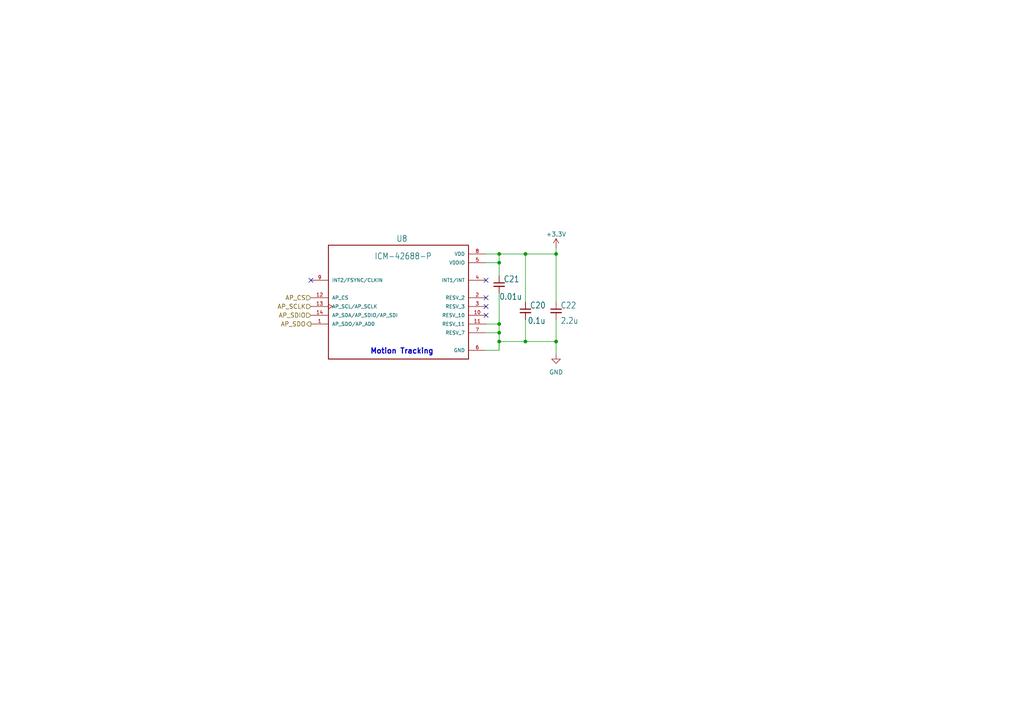
<source format=kicad_sch>
(kicad_sch
	(version 20231120)
	(generator "eeschema")
	(generator_version "8.0")
	(uuid "c228816c-fab8-47cb-8763-7bf8b0760171")
	(paper "A4")
	(lib_symbols
		(symbol "BRGRavionics:ICM-42688-P"
			(pin_names
				(offset 1.016)
			)
			(exclude_from_sim no)
			(in_bom yes)
			(on_board yes)
			(property "Reference" "IC1"
				(at -0.635 17.78 0)
				(effects
					(font
						(size 1.778 1.5113)
					)
					(justify left)
				)
			)
			(property "Value" "ICM-42688-P"
				(at -7.62 12.7 0)
				(effects
					(font
						(size 1.778 1.5113)
					)
					(justify left)
				)
			)
			(property "Footprint" "PQFN50P300X250X97-14N"
				(at 0 0 0)
				(effects
					(font
						(size 1.27 1.27)
					)
					(justify bottom)
					(hide yes)
				)
			)
			(property "Datasheet" ""
				(at 0 0 0)
				(effects
					(font
						(size 1.27 1.27)
					)
					(hide yes)
				)
			)
			(property "Description" "\nAccelerometer, Gyroscope, 6 Axis Sensor - Output\n"
				(at 0 0 0)
				(effects
					(font
						(size 1.27 1.27)
					)
					(justify bottom)
					(hide yes)
				)
			)
			(property "DigiKey_Part_Number" "1428-ICM-42688-PTR-ND"
				(at 0 0 0)
				(effects
					(font
						(size 1.27 1.27)
					)
					(justify bottom)
					(hide yes)
				)
			)
			(property "MF" "TDK InvenSense"
				(at 0 0 0)
				(effects
					(font
						(size 1.27 1.27)
					)
					(justify bottom)
					(hide yes)
				)
			)
			(property "MAXIMUM_PACKAGE_HEIGHT" "0.97mm"
				(at 0 0 0)
				(effects
					(font
						(size 1.27 1.27)
					)
					(justify bottom)
					(hide yes)
				)
			)
			(property "Package" "LGA-14 TDK InvenSense"
				(at 0 0 0)
				(effects
					(font
						(size 1.27 1.27)
					)
					(justify bottom)
					(hide yes)
				)
			)
			(property "Check_prices" "https://www.snapeda.com/parts/ICM-42688-P/TDK+InvenSense/view-part/?ref=eda"
				(at 0 0 0)
				(effects
					(font
						(size 1.27 1.27)
					)
					(justify bottom)
					(hide yes)
				)
			)
			(property "STANDARD" "IPC-7351B"
				(at 0 0 0)
				(effects
					(font
						(size 1.27 1.27)
					)
					(justify bottom)
					(hide yes)
				)
			)
			(property "PARTREV" "1.2"
				(at 0 0 0)
				(effects
					(font
						(size 1.27 1.27)
					)
					(justify bottom)
					(hide yes)
				)
			)
			(property "SnapEDA_Link" "https://www.snapeda.com/parts/ICM-42688-P/TDK+InvenSense/view-part/?ref=snap"
				(at 0 0 0)
				(effects
					(font
						(size 1.27 1.27)
					)
					(justify bottom)
					(hide yes)
				)
			)
			(property "MP" "ICM-42688-P"
				(at 0 0 0)
				(effects
					(font
						(size 1.27 1.27)
					)
					(justify bottom)
					(hide yes)
				)
			)
			(property "Purchase-URL" "https://pricing.snapeda.com/search?q=ICM-42688-P&ref=eda"
				(at 0 0 0)
				(effects
					(font
						(size 1.27 1.27)
					)
					(justify bottom)
					(hide yes)
				)
			)
			(property "MANUFACTURER" "TDK InvenSense"
				(at 0 0 0)
				(effects
					(font
						(size 1.27 1.27)
					)
					(justify bottom)
					(hide yes)
				)
			)
			(symbol "ICM-42688-P_0_0"
				(rectangle
					(start -20.32 15.24)
					(end 20.32 -17.78)
					(stroke
						(width 0.254)
						(type default)
					)
					(fill
						(type none)
					)
				)
				(pin bidirectional line
					(at -25.4 -7.62 0)
					(length 5.08)
					(name "AP_SDO/AP_AD0"
						(effects
							(font
								(size 1.016 1.016)
							)
						)
					)
					(number "1"
						(effects
							(font
								(size 1.016 1.016)
							)
						)
					)
				)
				(pin passive line
					(at 25.4 -5.08 180)
					(length 5.08)
					(name "RESV_10"
						(effects
							(font
								(size 1.016 1.016)
							)
						)
					)
					(number "10"
						(effects
							(font
								(size 1.016 1.016)
							)
						)
					)
				)
				(pin passive line
					(at 25.4 -7.62 180)
					(length 5.08)
					(name "RESV_11"
						(effects
							(font
								(size 1.016 1.016)
							)
						)
					)
					(number "11"
						(effects
							(font
								(size 1.016 1.016)
							)
						)
					)
				)
				(pin input line
					(at -25.4 0 0)
					(length 5.08)
					(name "AP_CS"
						(effects
							(font
								(size 1.016 1.016)
							)
						)
					)
					(number "12"
						(effects
							(font
								(size 1.016 1.016)
							)
						)
					)
				)
				(pin input clock
					(at -25.4 -2.54 0)
					(length 5.08)
					(name "AP_SCL/AP_SCLK"
						(effects
							(font
								(size 1.016 1.016)
							)
						)
					)
					(number "13"
						(effects
							(font
								(size 1.016 1.016)
							)
						)
					)
				)
				(pin bidirectional line
					(at -25.4 -5.08 0)
					(length 5.08)
					(name "AP_SDA/AP_SDIO/AP_SDI"
						(effects
							(font
								(size 1.016 1.016)
							)
						)
					)
					(number "14"
						(effects
							(font
								(size 1.016 1.016)
							)
						)
					)
				)
				(pin passive line
					(at 25.4 0 180)
					(length 5.08)
					(name "RESV_2"
						(effects
							(font
								(size 1.016 1.016)
							)
						)
					)
					(number "2"
						(effects
							(font
								(size 1.016 1.016)
							)
						)
					)
				)
				(pin passive line
					(at 25.4 -2.54 180)
					(length 5.08)
					(name "RESV_3"
						(effects
							(font
								(size 1.016 1.016)
							)
						)
					)
					(number "3"
						(effects
							(font
								(size 1.016 1.016)
							)
						)
					)
				)
				(pin output line
					(at 25.4 5.08 180)
					(length 5.08)
					(name "INT1/INT"
						(effects
							(font
								(size 1.016 1.016)
							)
						)
					)
					(number "4"
						(effects
							(font
								(size 1.016 1.016)
							)
						)
					)
				)
				(pin power_in line
					(at 25.4 10.16 180)
					(length 5.08)
					(name "VDDIO"
						(effects
							(font
								(size 1.016 1.016)
							)
						)
					)
					(number "5"
						(effects
							(font
								(size 1.016 1.016)
							)
						)
					)
				)
				(pin power_in line
					(at 25.4 -15.24 180)
					(length 5.08)
					(name "GND"
						(effects
							(font
								(size 1.016 1.016)
							)
						)
					)
					(number "6"
						(effects
							(font
								(size 1.016 1.016)
							)
						)
					)
				)
				(pin passive line
					(at 25.4 -10.16 180)
					(length 5.08)
					(name "RESV_7"
						(effects
							(font
								(size 1.016 1.016)
							)
						)
					)
					(number "7"
						(effects
							(font
								(size 1.016 1.016)
							)
						)
					)
				)
				(pin power_in line
					(at 25.4 12.7 180)
					(length 5.08)
					(name "VDD"
						(effects
							(font
								(size 1.016 1.016)
							)
						)
					)
					(number "8"
						(effects
							(font
								(size 1.016 1.016)
							)
						)
					)
				)
				(pin bidirectional line
					(at -25.4 5.08 0)
					(length 5.08)
					(name "INT2/FSYNC/CLKIN"
						(effects
							(font
								(size 1.016 1.016)
							)
						)
					)
					(number "9"
						(effects
							(font
								(size 1.016 1.016)
							)
						)
					)
				)
			)
		)
		(symbol "Device:C_Small"
			(pin_numbers hide)
			(pin_names
				(offset 0.254) hide)
			(exclude_from_sim no)
			(in_bom yes)
			(on_board yes)
			(property "Reference" "C"
				(at 0.254 1.778 0)
				(effects
					(font
						(size 1.27 1.27)
					)
					(justify left)
				)
			)
			(property "Value" "C_Small"
				(at 0.254 -2.032 0)
				(effects
					(font
						(size 1.27 1.27)
					)
					(justify left)
				)
			)
			(property "Footprint" ""
				(at 0 0 0)
				(effects
					(font
						(size 1.27 1.27)
					)
					(hide yes)
				)
			)
			(property "Datasheet" "~"
				(at 0 0 0)
				(effects
					(font
						(size 1.27 1.27)
					)
					(hide yes)
				)
			)
			(property "Description" "Unpolarized capacitor, small symbol"
				(at 0 0 0)
				(effects
					(font
						(size 1.27 1.27)
					)
					(hide yes)
				)
			)
			(property "ki_keywords" "capacitor cap"
				(at 0 0 0)
				(effects
					(font
						(size 1.27 1.27)
					)
					(hide yes)
				)
			)
			(property "ki_fp_filters" "C_*"
				(at 0 0 0)
				(effects
					(font
						(size 1.27 1.27)
					)
					(hide yes)
				)
			)
			(symbol "C_Small_0_1"
				(polyline
					(pts
						(xy -1.524 -0.508) (xy 1.524 -0.508)
					)
					(stroke
						(width 0.3302)
						(type default)
					)
					(fill
						(type none)
					)
				)
				(polyline
					(pts
						(xy -1.524 0.508) (xy 1.524 0.508)
					)
					(stroke
						(width 0.3048)
						(type default)
					)
					(fill
						(type none)
					)
				)
			)
			(symbol "C_Small_1_1"
				(pin passive line
					(at 0 2.54 270)
					(length 2.032)
					(name "~"
						(effects
							(font
								(size 1.27 1.27)
							)
						)
					)
					(number "1"
						(effects
							(font
								(size 1.27 1.27)
							)
						)
					)
				)
				(pin passive line
					(at 0 -2.54 90)
					(length 2.032)
					(name "~"
						(effects
							(font
								(size 1.27 1.27)
							)
						)
					)
					(number "2"
						(effects
							(font
								(size 1.27 1.27)
							)
						)
					)
				)
			)
		)
		(symbol "power:+3.3V"
			(power)
			(pin_names
				(offset 0)
			)
			(exclude_from_sim no)
			(in_bom yes)
			(on_board yes)
			(property "Reference" "#PWR"
				(at 0 -3.81 0)
				(effects
					(font
						(size 1.27 1.27)
					)
					(hide yes)
				)
			)
			(property "Value" "+3.3V"
				(at 0 3.556 0)
				(effects
					(font
						(size 1.27 1.27)
					)
				)
			)
			(property "Footprint" ""
				(at 0 0 0)
				(effects
					(font
						(size 1.27 1.27)
					)
					(hide yes)
				)
			)
			(property "Datasheet" ""
				(at 0 0 0)
				(effects
					(font
						(size 1.27 1.27)
					)
					(hide yes)
				)
			)
			(property "Description" "Power symbol creates a global label with name \"+3.3V\""
				(at 0 0 0)
				(effects
					(font
						(size 1.27 1.27)
					)
					(hide yes)
				)
			)
			(property "ki_keywords" "global power"
				(at 0 0 0)
				(effects
					(font
						(size 1.27 1.27)
					)
					(hide yes)
				)
			)
			(symbol "+3.3V_0_1"
				(polyline
					(pts
						(xy -0.762 1.27) (xy 0 2.54)
					)
					(stroke
						(width 0)
						(type default)
					)
					(fill
						(type none)
					)
				)
				(polyline
					(pts
						(xy 0 0) (xy 0 2.54)
					)
					(stroke
						(width 0)
						(type default)
					)
					(fill
						(type none)
					)
				)
				(polyline
					(pts
						(xy 0 2.54) (xy 0.762 1.27)
					)
					(stroke
						(width 0)
						(type default)
					)
					(fill
						(type none)
					)
				)
			)
			(symbol "+3.3V_1_1"
				(pin power_in line
					(at 0 0 90)
					(length 0) hide
					(name "+3.3V"
						(effects
							(font
								(size 1.27 1.27)
							)
						)
					)
					(number "1"
						(effects
							(font
								(size 1.27 1.27)
							)
						)
					)
				)
			)
		)
		(symbol "power:GND"
			(power)
			(pin_names
				(offset 0)
			)
			(exclude_from_sim no)
			(in_bom yes)
			(on_board yes)
			(property "Reference" "#PWR"
				(at 0 -6.35 0)
				(effects
					(font
						(size 1.27 1.27)
					)
					(hide yes)
				)
			)
			(property "Value" "GND"
				(at 0 -3.81 0)
				(effects
					(font
						(size 1.27 1.27)
					)
				)
			)
			(property "Footprint" ""
				(at 0 0 0)
				(effects
					(font
						(size 1.27 1.27)
					)
					(hide yes)
				)
			)
			(property "Datasheet" ""
				(at 0 0 0)
				(effects
					(font
						(size 1.27 1.27)
					)
					(hide yes)
				)
			)
			(property "Description" "Power symbol creates a global label with name \"GND\" , ground"
				(at 0 0 0)
				(effects
					(font
						(size 1.27 1.27)
					)
					(hide yes)
				)
			)
			(property "ki_keywords" "global power"
				(at 0 0 0)
				(effects
					(font
						(size 1.27 1.27)
					)
					(hide yes)
				)
			)
			(symbol "GND_0_1"
				(polyline
					(pts
						(xy 0 0) (xy 0 -1.27) (xy 1.27 -1.27) (xy 0 -2.54) (xy -1.27 -1.27) (xy 0 -1.27)
					)
					(stroke
						(width 0)
						(type default)
					)
					(fill
						(type none)
					)
				)
			)
			(symbol "GND_1_1"
				(pin power_in line
					(at 0 0 270)
					(length 0) hide
					(name "GND"
						(effects
							(font
								(size 1.27 1.27)
							)
						)
					)
					(number "1"
						(effects
							(font
								(size 1.27 1.27)
							)
						)
					)
				)
			)
		)
	)
	(junction
		(at 144.78 73.66)
		(diameter 0)
		(color 0 0 0 0)
		(uuid "03a21efd-fa64-4c89-9989-1b27a3c54aa1")
	)
	(junction
		(at 152.4 99.06)
		(diameter 0)
		(color 0 0 0 0)
		(uuid "13852036-68bb-4ff3-af3f-41e282b8beb6")
	)
	(junction
		(at 161.29 99.06)
		(diameter 0)
		(color 0 0 0 0)
		(uuid "331cd453-cb96-4991-8342-7224365a9499")
	)
	(junction
		(at 144.78 99.06)
		(diameter 0)
		(color 0 0 0 0)
		(uuid "3b2f0699-77c1-4898-9b9f-5bb48725199d")
	)
	(junction
		(at 144.78 96.52)
		(diameter 0)
		(color 0 0 0 0)
		(uuid "6c634122-0128-47bb-8f6f-74be726dbd1f")
	)
	(junction
		(at 144.78 76.2)
		(diameter 0)
		(color 0 0 0 0)
		(uuid "9b24803c-7f4c-4bf5-92a1-ccbfe1dffb94")
	)
	(junction
		(at 152.4 73.66)
		(diameter 0)
		(color 0 0 0 0)
		(uuid "ccdb53a6-76b7-4bfb-aa2b-9d2c506ee208")
	)
	(junction
		(at 144.78 93.98)
		(diameter 0)
		(color 0 0 0 0)
		(uuid "eaf2a4e9-c1db-4af8-881c-85b0e4d89158")
	)
	(junction
		(at 161.29 73.66)
		(diameter 0)
		(color 0 0 0 0)
		(uuid "fda35bbc-3a74-4575-b9f3-1de273dd4790")
	)
	(no_connect
		(at 140.97 81.28)
		(uuid "a0e08269-7a1d-47e4-8887-36df2b628b46")
	)
	(no_connect
		(at 90.17 81.28)
		(uuid "a4143154-aebe-4ac7-89a2-015aeee96022")
	)
	(no_connect
		(at 140.97 88.9)
		(uuid "c04220b0-2949-4e0d-84d2-399e0ee2bbbc")
	)
	(no_connect
		(at 140.97 91.44)
		(uuid "ddeba0f0-1488-43f7-8d8b-55851d0cd275")
	)
	(no_connect
		(at 140.97 86.36)
		(uuid "e8a20d7d-acde-4325-b58b-e027c33b4fe6")
	)
	(wire
		(pts
			(xy 144.78 96.52) (xy 144.78 99.06)
		)
		(stroke
			(width 0)
			(type default)
		)
		(uuid "158005a1-6c53-4344-94d7-401f399d14f3")
	)
	(wire
		(pts
			(xy 144.78 99.06) (xy 144.78 101.6)
		)
		(stroke
			(width 0.1524)
			(type solid)
		)
		(uuid "226a8bd2-e19a-4a00-a7aa-a9467bdcfa8c")
	)
	(wire
		(pts
			(xy 161.29 73.66) (xy 161.29 87.63)
		)
		(stroke
			(width 0)
			(type default)
		)
		(uuid "3c8d5fe8-83b2-4999-ba64-97d058ca0538")
	)
	(wire
		(pts
			(xy 144.78 99.06) (xy 152.4 99.06)
		)
		(stroke
			(width 0.1524)
			(type solid)
		)
		(uuid "4a08cd4b-8a2e-4c4c-a74c-6f9d6b444f71")
	)
	(wire
		(pts
			(xy 140.97 76.2) (xy 144.78 76.2)
		)
		(stroke
			(width 0)
			(type default)
		)
		(uuid "5301e6c0-b28c-4e8a-9f23-65dd4572e108")
	)
	(wire
		(pts
			(xy 161.29 100.965) (xy 161.29 102.87)
		)
		(stroke
			(width 0)
			(type default)
		)
		(uuid "5a906b04-eec0-4f75-be15-a8a6410ff5a4")
	)
	(wire
		(pts
			(xy 140.97 96.52) (xy 144.78 96.52)
		)
		(stroke
			(width 0)
			(type default)
		)
		(uuid "8155c3de-6975-4d82-af7e-2c566c5b65d9")
	)
	(wire
		(pts
			(xy 144.78 85.09) (xy 144.78 93.98)
		)
		(stroke
			(width 0)
			(type default)
		)
		(uuid "891624ab-9318-4b38-ae0c-4582df141789")
	)
	(wire
		(pts
			(xy 144.78 96.52) (xy 144.78 93.98)
		)
		(stroke
			(width 0)
			(type default)
		)
		(uuid "9176daca-a441-4989-abb0-41984c2cfba4")
	)
	(wire
		(pts
			(xy 140.97 101.6) (xy 144.78 101.6)
		)
		(stroke
			(width 0.1524)
			(type solid)
		)
		(uuid "992612cf-72ac-48f9-9627-b04ccf160a96")
	)
	(wire
		(pts
			(xy 161.29 71.755) (xy 161.29 73.66)
		)
		(stroke
			(width 0)
			(type default)
		)
		(uuid "ad13fa9e-cbec-4420-90d1-cccbba68a5d6")
	)
	(wire
		(pts
			(xy 140.97 73.66) (xy 144.78 73.66)
		)
		(stroke
			(width 0)
			(type default)
		)
		(uuid "b15c288d-aea6-43b6-9d55-7f6035ee18f7")
	)
	(wire
		(pts
			(xy 152.4 99.06) (xy 161.29 99.06)
		)
		(stroke
			(width 0.1524)
			(type solid)
		)
		(uuid "b1707246-ce53-4fa3-a819-a474a318b1df")
	)
	(wire
		(pts
			(xy 140.97 93.98) (xy 144.78 93.98)
		)
		(stroke
			(width 0)
			(type default)
		)
		(uuid "b69c086f-3126-4595-80f1-f90432123fbf")
	)
	(wire
		(pts
			(xy 152.4 73.66) (xy 152.4 87.63)
		)
		(stroke
			(width 0)
			(type default)
		)
		(uuid "bbffde05-23e4-45a5-aa13-49a0ead61889")
	)
	(wire
		(pts
			(xy 161.29 92.71) (xy 161.29 99.06)
		)
		(stroke
			(width 0.1524)
			(type solid)
		)
		(uuid "bdc576d8-e4f7-4873-8217-b9a437b2f5b2")
	)
	(wire
		(pts
			(xy 144.78 76.2) (xy 144.78 80.01)
		)
		(stroke
			(width 0)
			(type default)
		)
		(uuid "c235ba66-34f7-49a5-9ded-5e38e2b435b4")
	)
	(wire
		(pts
			(xy 144.78 73.66) (xy 144.78 76.2)
		)
		(stroke
			(width 0)
			(type default)
		)
		(uuid "c8e362c3-2951-4743-adfe-e65b6b1f7a03")
	)
	(wire
		(pts
			(xy 144.78 99.06) (xy 144.78 101.6)
		)
		(stroke
			(width 0)
			(type default)
		)
		(uuid "d009428f-38ae-4d76-abe1-0d0f19d448a1")
	)
	(wire
		(pts
			(xy 144.78 73.66) (xy 152.4 73.66)
		)
		(stroke
			(width 0)
			(type default)
		)
		(uuid "d3aa4b1a-bfec-4717-a74c-3c20449d0b6d")
	)
	(wire
		(pts
			(xy 152.4 73.66) (xy 161.29 73.66)
		)
		(stroke
			(width 0)
			(type default)
		)
		(uuid "f264af04-2edd-44bf-9ad2-4a1bc71f8540")
	)
	(wire
		(pts
			(xy 152.4 92.71) (xy 152.4 99.06)
		)
		(stroke
			(width 0.1524)
			(type solid)
		)
		(uuid "f35c96e2-e39c-40c7-88d6-28041106d6c6")
	)
	(wire
		(pts
			(xy 161.29 99.06) (xy 161.29 100.965)
		)
		(stroke
			(width 0.1524)
			(type solid)
		)
		(uuid "f7825cd5-71ad-49e5-a9f8-02f2ed672658")
	)
	(text "Motion Tracking"
		(exclude_from_sim no)
		(at 107.315 102.87 0)
		(effects
			(font
				(size 1.524 1.524)
				(thickness 0.3048)
				(bold yes)
			)
			(justify left bottom)
		)
		(uuid "107683b6-9b5f-4572-97c2-4c070a5eeb4e")
	)
	(hierarchical_label "AP_SDIO"
		(shape input)
		(at 90.17 91.44 180)
		(fields_autoplaced yes)
		(effects
			(font
				(size 1.27 1.27)
			)
			(justify right)
		)
		(uuid "15747633-1f07-4f94-9281-a8079a7f61cf")
	)
	(hierarchical_label "AP_CS"
		(shape input)
		(at 90.17 86.36 180)
		(fields_autoplaced yes)
		(effects
			(font
				(size 1.27 1.27)
			)
			(justify right)
		)
		(uuid "4a5cc240-884c-4eee-a8ad-446ed3cf80f8")
	)
	(hierarchical_label "AP_SCLK"
		(shape input)
		(at 90.17 88.9 180)
		(fields_autoplaced yes)
		(effects
			(font
				(size 1.27 1.27)
			)
			(justify right)
		)
		(uuid "a1c9f0b5-3953-41cc-8696-ee4ce9891677")
	)
	(hierarchical_label "AP_SDO"
		(shape output)
		(at 90.17 93.98 180)
		(fields_autoplaced yes)
		(effects
			(font
				(size 1.27 1.27)
			)
			(justify right)
		)
		(uuid "c3819497-7430-4f4f-bb2d-0576e4660cf7")
	)
	(symbol
		(lib_id "BRGRavionics:ICM-42688-P")
		(at 115.57 86.36 0)
		(unit 1)
		(exclude_from_sim no)
		(in_bom yes)
		(on_board yes)
		(dnp no)
		(uuid "2914b459-85bd-49ce-a4c9-2bc68e4223cd")
		(property "Reference" "U5"
			(at 114.935 69.215 0)
			(effects
				(font
					(size 1.778 1.5113)
				)
				(justify left)
			)
		)
		(property "Value" "ICM-42688-P"
			(at 108.585 74.295 0)
			(effects
				(font
					(size 1.778 1.5113)
				)
				(justify left)
			)
		)
		(property "Footprint" "SamacSys_Parts:IIM42352"
			(at 115.57 86.36 0)
			(effects
				(font
					(size 1.27 1.27)
				)
				(justify bottom)
				(hide yes)
			)
		)
		(property "Datasheet" ""
			(at 115.57 86.36 0)
			(effects
				(font
					(size 1.27 1.27)
				)
				(hide yes)
			)
		)
		(property "Description" "\nAccelerometer, Gyroscope, 6 Axis Sensor - Output\n"
			(at 115.57 86.36 0)
			(effects
				(font
					(size 1.27 1.27)
				)
				(justify bottom)
				(hide yes)
			)
		)
		(property "DigiKey_Part_Number" "1428-ICM-42688-PTR-ND"
			(at 115.57 86.36 0)
			(effects
				(font
					(size 1.27 1.27)
				)
				(justify bottom)
				(hide yes)
			)
		)
		(property "MF" "TDK InvenSense"
			(at 115.57 86.36 0)
			(effects
				(font
					(size 1.27 1.27)
				)
				(justify bottom)
				(hide yes)
			)
		)
		(property "MAXIMUM_PACKAGE_HEIGHT" "0.97mm"
			(at 115.57 86.36 0)
			(effects
				(font
					(size 1.27 1.27)
				)
				(justify bottom)
				(hide yes)
			)
		)
		(property "Package" "LGA-14 TDK InvenSense"
			(at 115.57 86.36 0)
			(effects
				(font
					(size 1.27 1.27)
				)
				(justify bottom)
				(hide yes)
			)
		)
		(property "Check_prices" "https://www.snapeda.com/parts/ICM-42688-P/TDK+InvenSense/view-part/?ref=eda"
			(at 115.57 86.36 0)
			(effects
				(font
					(size 1.27 1.27)
				)
				(justify bottom)
				(hide yes)
			)
		)
		(property "STANDARD" "IPC-7351B"
			(at 115.57 86.36 0)
			(effects
				(font
					(size 1.27 1.27)
				)
				(justify bottom)
				(hide yes)
			)
		)
		(property "PARTREV" "1.2"
			(at 115.57 86.36 0)
			(effects
				(font
					(size 1.27 1.27)
				)
				(justify bottom)
				(hide yes)
			)
		)
		(property "SnapEDA_Link" "https://www.snapeda.com/parts/ICM-42688-P/TDK+InvenSense/view-part/?ref=snap"
			(at 115.57 86.36 0)
			(effects
				(font
					(size 1.27 1.27)
				)
				(justify bottom)
				(hide yes)
			)
		)
		(property "MP" ""
			(at 115.57 86.36 0)
			(effects
				(font
					(size 1.27 1.27)
				)
				(justify bottom)
				(hide yes)
			)
		)
		(property "Purchase-URL" "https://pricing.snapeda.com/search?q=ICM-42688-P&ref=eda"
			(at 115.57 86.36 0)
			(effects
				(font
					(size 1.27 1.27)
				)
				(justify bottom)
				(hide yes)
			)
		)
		(property "MANUFACTURER" "TDK InvenSense"
			(at 115.57 86.36 0)
			(effects
				(font
					(size 1.27 1.27)
				)
				(justify bottom)
				(hide yes)
			)
		)
		(property "PN" "ICM-42688-P"
			(at 115.57 86.36 0)
			(effects
				(font
					(size 1.27 1.27)
				)
				(hide yes)
			)
		)
		(pin "1"
			(uuid "40386603-7195-4532-b90f-d00a8d9c8be9")
		)
		(pin "10"
			(uuid "83eebd6b-03c0-4e49-b639-b962bfde4ac3")
		)
		(pin "11"
			(uuid "3c010ce4-3dd3-4c39-b45b-7fdf7c82ff24")
		)
		(pin "12"
			(uuid "20536cae-72dd-4bf6-af7e-6e20b3e6cc6e")
		)
		(pin "13"
			(uuid "f289ba88-eb52-43f3-afd8-c6b8d3dcf2c4")
		)
		(pin "14"
			(uuid "ed0920f2-6441-4d84-b399-3fe8c1f9dfca")
		)
		(pin "2"
			(uuid "ede36957-7c00-459d-9e12-712c425a014a")
		)
		(pin "3"
			(uuid "3f195254-4a36-456f-974e-2dedae7a35ff")
		)
		(pin "4"
			(uuid "b9dd4cda-3bc1-415c-bdbf-61dd0f65a804")
		)
		(pin "5"
			(uuid "4aa4532e-db69-4de1-b167-a1b558c1d1b4")
		)
		(pin "6"
			(uuid "f1112fb0-dab0-418d-9548-50fceec0d39b")
		)
		(pin "7"
			(uuid "e7ad087e-edaa-4962-bc51-3d05637237d4")
		)
		(pin "8"
			(uuid "0a323a7a-30ce-4af1-8b64-6d9682ba56ab")
		)
		(pin "9"
			(uuid "941d78e7-a77e-4555-88cd-ae65bd9a6a8b")
		)
		(instances
			(project "BRGRavionics2.4.1"
				(path "/4e6fd9e4-e85c-45d6-9f9c-1f20b37f8bd7/81261bc8-475e-4f2d-a0d1-98653b88bb42"
					(reference "U8")
					(unit 1)
				)
				(path "/4e6fd9e4-e85c-45d6-9f9c-1f20b37f8bd7/da090219-0c56-4f55-b914-9eb69fa381d2"
					(reference "U5")
					(unit 1)
				)
			)
		)
	)
	(symbol
		(lib_id "power:+3.3V")
		(at 161.29 71.755 0)
		(unit 1)
		(exclude_from_sim no)
		(in_bom yes)
		(on_board yes)
		(dnp no)
		(fields_autoplaced yes)
		(uuid "49ad2f53-fb23-44df-93fe-e1dc533a89a1")
		(property "Reference" "#PWR010"
			(at 161.29 75.565 0)
			(effects
				(font
					(size 1.27 1.27)
				)
				(hide yes)
			)
		)
		(property "Value" "+3.3V"
			(at 161.29 67.945 0)
			(effects
				(font
					(size 1.27 1.27)
				)
			)
		)
		(property "Footprint" ""
			(at 161.29 71.755 0)
			(effects
				(font
					(size 1.27 1.27)
				)
				(hide yes)
			)
		)
		(property "Datasheet" ""
			(at 161.29 71.755 0)
			(effects
				(font
					(size 1.27 1.27)
				)
				(hide yes)
			)
		)
		(property "Description" ""
			(at 161.29 71.755 0)
			(effects
				(font
					(size 1.27 1.27)
				)
				(hide yes)
			)
		)
		(pin "1"
			(uuid "82c0a6b4-24bb-4948-8e5e-69fa0c16705a")
		)
		(instances
			(project "BRGRavionics2.4.1"
				(path "/4e6fd9e4-e85c-45d6-9f9c-1f20b37f8bd7/81261bc8-475e-4f2d-a0d1-98653b88bb42"
					(reference "#PWR06")
					(unit 1)
				)
				(path "/4e6fd9e4-e85c-45d6-9f9c-1f20b37f8bd7/da090219-0c56-4f55-b914-9eb69fa381d2"
					(reference "#PWR010")
					(unit 1)
				)
			)
		)
	)
	(symbol
		(lib_id "Device:C_Small")
		(at 152.4 90.17 0)
		(unit 1)
		(exclude_from_sim no)
		(in_bom yes)
		(on_board yes)
		(dnp no)
		(uuid "769d7811-72e1-4a9a-9006-ad107414b1bd")
		(property "Reference" "C17"
			(at 153.67 89.535 0)
			(effects
				(font
					(size 1.778 1.5113)
				)
				(justify left bottom)
			)
		)
		(property "Value" "0.1u"
			(at 153.035 93.98 0)
			(effects
				(font
					(size 1.778 1.5113)
				)
				(justify left bottom)
			)
		)
		(property "Footprint" "Capacitor_SMD:C_0603_1608Metric"
			(at 152.4 90.17 0)
			(effects
				(font
					(size 1.27 1.27)
				)
				(hide yes)
			)
		)
		(property "Datasheet" "~"
			(at 152.4 90.17 0)
			(effects
				(font
					(size 1.27 1.27)
				)
				(hide yes)
			)
		)
		(property "Description" ""
			(at 152.4 90.17 0)
			(effects
				(font
					(size 1.27 1.27)
				)
				(hide yes)
			)
		)
		(pin "1"
			(uuid "e5a989d3-e619-45c5-82a7-399765d250d9")
		)
		(pin "2"
			(uuid "c93c9284-092d-49d5-b878-40fd2e0e57be")
		)
		(instances
			(project "BRGRavionics2.4.1"
				(path "/4e6fd9e4-e85c-45d6-9f9c-1f20b37f8bd7/81261bc8-475e-4f2d-a0d1-98653b88bb42"
					(reference "C20")
					(unit 1)
				)
				(path "/4e6fd9e4-e85c-45d6-9f9c-1f20b37f8bd7/da090219-0c56-4f55-b914-9eb69fa381d2"
					(reference "C17")
					(unit 1)
				)
			)
		)
	)
	(symbol
		(lib_id "power:GND")
		(at 161.29 102.87 0)
		(unit 1)
		(exclude_from_sim no)
		(in_bom yes)
		(on_board yes)
		(dnp no)
		(fields_autoplaced yes)
		(uuid "98cf2e08-6714-4106-bc58-4bc98a9907f2")
		(property "Reference" "#PWR071"
			(at 161.29 109.22 0)
			(effects
				(font
					(size 1.27 1.27)
				)
				(hide yes)
			)
		)
		(property "Value" "GND"
			(at 161.29 107.95 0)
			(effects
				(font
					(size 1.27 1.27)
				)
			)
		)
		(property "Footprint" ""
			(at 161.29 102.87 0)
			(effects
				(font
					(size 1.27 1.27)
				)
				(hide yes)
			)
		)
		(property "Datasheet" ""
			(at 161.29 102.87 0)
			(effects
				(font
					(size 1.27 1.27)
				)
				(hide yes)
			)
		)
		(property "Description" ""
			(at 161.29 102.87 0)
			(effects
				(font
					(size 1.27 1.27)
				)
				(hide yes)
			)
		)
		(pin "1"
			(uuid "f015027e-d9a1-4879-8c41-5da146e007be")
		)
		(instances
			(project "BRGRavionics2.4.1"
				(path "/4e6fd9e4-e85c-45d6-9f9c-1f20b37f8bd7/81261bc8-475e-4f2d-a0d1-98653b88bb42"
					(reference "#PWR072")
					(unit 1)
				)
				(path "/4e6fd9e4-e85c-45d6-9f9c-1f20b37f8bd7/da090219-0c56-4f55-b914-9eb69fa381d2"
					(reference "#PWR071")
					(unit 1)
				)
			)
		)
	)
	(symbol
		(lib_id "Device:C_Small")
		(at 161.29 90.17 0)
		(unit 1)
		(exclude_from_sim no)
		(in_bom yes)
		(on_board yes)
		(dnp no)
		(uuid "cb66ba50-82d5-468f-b804-9e8821d6f08f")
		(property "Reference" "C16"
			(at 162.56 89.535 0)
			(effects
				(font
					(size 1.778 1.5113)
				)
				(justify left bottom)
			)
		)
		(property "Value" "2.2u"
			(at 162.56 93.98 0)
			(effects
				(font
					(size 1.778 1.5113)
				)
				(justify left bottom)
			)
		)
		(property "Footprint" "Capacitor_SMD:C_0603_1608Metric"
			(at 161.29 90.17 0)
			(effects
				(font
					(size 1.27 1.27)
				)
				(hide yes)
			)
		)
		(property "Datasheet" "~"
			(at 161.29 90.17 0)
			(effects
				(font
					(size 1.27 1.27)
				)
				(hide yes)
			)
		)
		(property "Description" ""
			(at 161.29 90.17 0)
			(effects
				(font
					(size 1.27 1.27)
				)
				(hide yes)
			)
		)
		(pin "1"
			(uuid "0e017ccc-1b2f-4c4c-ac32-e75a9fd65c55")
		)
		(pin "2"
			(uuid "e21ff7d3-ec58-464c-b709-bad1c3b7fdd7")
		)
		(instances
			(project "BRGRavionics2.4.1"
				(path "/4e6fd9e4-e85c-45d6-9f9c-1f20b37f8bd7/81261bc8-475e-4f2d-a0d1-98653b88bb42"
					(reference "C22")
					(unit 1)
				)
				(path "/4e6fd9e4-e85c-45d6-9f9c-1f20b37f8bd7/da090219-0c56-4f55-b914-9eb69fa381d2"
					(reference "C16")
					(unit 1)
				)
			)
		)
	)
	(symbol
		(lib_id "Device:C_Small")
		(at 144.78 82.55 0)
		(unit 1)
		(exclude_from_sim no)
		(in_bom yes)
		(on_board yes)
		(dnp no)
		(uuid "e1dcecd8-b2b3-4137-811f-b02f0d416758")
		(property "Reference" "C15"
			(at 146.05 81.915 0)
			(effects
				(font
					(size 1.778 1.5113)
				)
				(justify left bottom)
			)
		)
		(property "Value" "0.01u"
			(at 144.78 86.995 0)
			(effects
				(font
					(size 1.778 1.5113)
				)
				(justify left bottom)
			)
		)
		(property "Footprint" "Capacitor_SMD:C_0603_1608Metric"
			(at 144.78 82.55 0)
			(effects
				(font
					(size 1.27 1.27)
				)
				(hide yes)
			)
		)
		(property "Datasheet" "~"
			(at 144.78 82.55 0)
			(effects
				(font
					(size 1.27 1.27)
				)
				(hide yes)
			)
		)
		(property "Description" ""
			(at 144.78 82.55 0)
			(effects
				(font
					(size 1.27 1.27)
				)
				(hide yes)
			)
		)
		(pin "1"
			(uuid "3a73d4d4-78d3-435e-b2fc-532826712a06")
		)
		(pin "2"
			(uuid "9ebd5926-981f-4534-b71a-efac0bfaadd2")
		)
		(instances
			(project "BRGRavionics2.4.1"
				(path "/4e6fd9e4-e85c-45d6-9f9c-1f20b37f8bd7/81261bc8-475e-4f2d-a0d1-98653b88bb42"
					(reference "C21")
					(unit 1)
				)
				(path "/4e6fd9e4-e85c-45d6-9f9c-1f20b37f8bd7/da090219-0c56-4f55-b914-9eb69fa381d2"
					(reference "C15")
					(unit 1)
				)
			)
		)
	)
)

</source>
